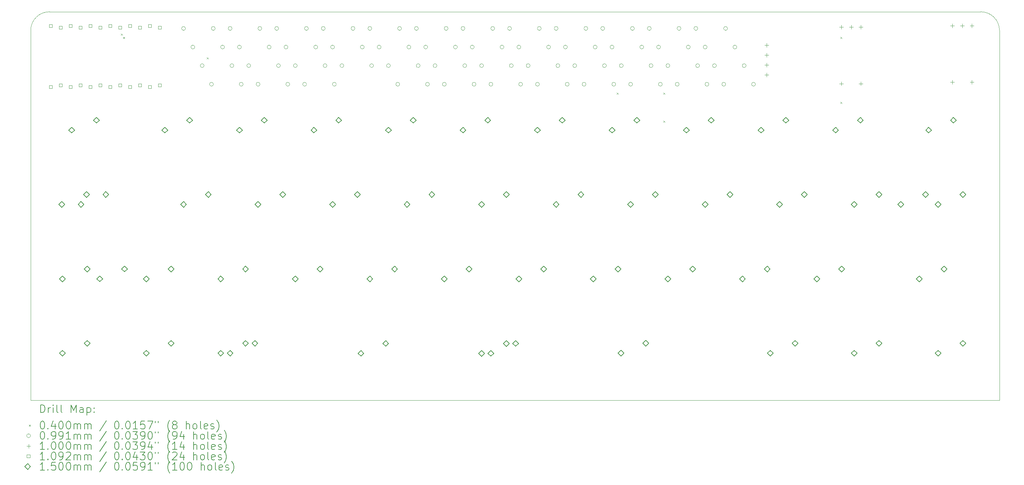
<source format=gbr>
%FSLAX45Y45*%
G04 Gerber Fmt 4.5, Leading zero omitted, Abs format (unit mm)*
G04 Created by KiCad (PCBNEW (6.0.0-0)) date 2022-06-29 18:32:55*
%MOMM*%
%LPD*%
G01*
G04 APERTURE LIST*
%TA.AperFunction,Profile*%
%ADD10C,0.100000*%
%TD*%
%ADD11C,0.200000*%
%ADD12C,0.040000*%
%ADD13C,0.099060*%
%ADD14C,0.100000*%
%ADD15C,0.109220*%
%ADD16C,0.150000*%
G04 APERTURE END LIST*
D10*
X2865000Y-2437500D02*
G75*
G03*
X2387500Y-2915000I0J-477500D01*
G01*
X27217500Y-2915000D02*
G75*
G03*
X26740000Y-2437500I-477500J0D01*
G01*
X26740000Y-2437500D02*
X2865000Y-2437500D01*
X2387500Y-3103750D02*
X2387500Y-12415000D01*
X27217500Y-2915000D02*
X27217500Y-12415000D01*
X27217500Y-12415000D02*
X2387500Y-12415000D01*
X2387500Y-3103750D02*
X2387500Y-2915000D01*
D11*
D12*
X4697293Y-3002141D02*
X4737293Y-3042141D01*
X4737293Y-3002141D02*
X4697293Y-3042141D01*
X4755000Y-3083750D02*
X4795000Y-3123750D01*
X4795000Y-3083750D02*
X4755000Y-3123750D01*
X6903750Y-3609750D02*
X6943750Y-3649750D01*
X6943750Y-3609750D02*
X6903750Y-3649750D01*
X17408750Y-4516250D02*
X17448750Y-4556250D01*
X17448750Y-4516250D02*
X17408750Y-4556250D01*
X18602500Y-4516250D02*
X18642500Y-4556250D01*
X18642500Y-4516250D02*
X18602500Y-4556250D01*
X18602500Y-5232500D02*
X18642500Y-5272500D01*
X18642500Y-5232500D02*
X18602500Y-5272500D01*
X23138750Y-3083750D02*
X23178750Y-3123750D01*
X23178750Y-3083750D02*
X23138750Y-3123750D01*
X23138750Y-4755000D02*
X23178750Y-4795000D01*
X23178750Y-4755000D02*
X23138750Y-4795000D01*
D13*
X6353530Y-2865000D02*
G75*
G03*
X6353530Y-2865000I-49530J0D01*
G01*
X6592280Y-3342500D02*
G75*
G03*
X6592280Y-3342500I-49530J0D01*
G01*
X6831030Y-3820000D02*
G75*
G03*
X6831030Y-3820000I-49530J0D01*
G01*
X7069780Y-4297500D02*
G75*
G03*
X7069780Y-4297500I-49530J0D01*
G01*
X7115530Y-2865000D02*
G75*
G03*
X7115530Y-2865000I-49530J0D01*
G01*
X7354280Y-3342500D02*
G75*
G03*
X7354280Y-3342500I-49530J0D01*
G01*
X7547280Y-2865000D02*
G75*
G03*
X7547280Y-2865000I-49530J0D01*
G01*
X7593030Y-3820000D02*
G75*
G03*
X7593030Y-3820000I-49530J0D01*
G01*
X7786030Y-3342500D02*
G75*
G03*
X7786030Y-3342500I-49530J0D01*
G01*
X7831780Y-4297500D02*
G75*
G03*
X7831780Y-4297500I-49530J0D01*
G01*
X8024780Y-3820000D02*
G75*
G03*
X8024780Y-3820000I-49530J0D01*
G01*
X8263530Y-4297500D02*
G75*
G03*
X8263530Y-4297500I-49530J0D01*
G01*
X8309280Y-2865000D02*
G75*
G03*
X8309280Y-2865000I-49530J0D01*
G01*
X8548030Y-3342500D02*
G75*
G03*
X8548030Y-3342500I-49530J0D01*
G01*
X8741030Y-2865000D02*
G75*
G03*
X8741030Y-2865000I-49530J0D01*
G01*
X8786780Y-3820000D02*
G75*
G03*
X8786780Y-3820000I-49530J0D01*
G01*
X8979780Y-3342500D02*
G75*
G03*
X8979780Y-3342500I-49530J0D01*
G01*
X9025530Y-4297500D02*
G75*
G03*
X9025530Y-4297500I-49530J0D01*
G01*
X9218530Y-3820000D02*
G75*
G03*
X9218530Y-3820000I-49530J0D01*
G01*
X9457280Y-4297500D02*
G75*
G03*
X9457280Y-4297500I-49530J0D01*
G01*
X9503030Y-2865000D02*
G75*
G03*
X9503030Y-2865000I-49530J0D01*
G01*
X9741780Y-3342500D02*
G75*
G03*
X9741780Y-3342500I-49530J0D01*
G01*
X9934780Y-2865000D02*
G75*
G03*
X9934780Y-2865000I-49530J0D01*
G01*
X9980530Y-3820000D02*
G75*
G03*
X9980530Y-3820000I-49530J0D01*
G01*
X10173530Y-3342500D02*
G75*
G03*
X10173530Y-3342500I-49530J0D01*
G01*
X10219280Y-4297500D02*
G75*
G03*
X10219280Y-4297500I-49530J0D01*
G01*
X10412280Y-3820000D02*
G75*
G03*
X10412280Y-3820000I-49530J0D01*
G01*
X10696780Y-2865000D02*
G75*
G03*
X10696780Y-2865000I-49530J0D01*
G01*
X10935530Y-3342500D02*
G75*
G03*
X10935530Y-3342500I-49530J0D01*
G01*
X11128530Y-2865000D02*
G75*
G03*
X11128530Y-2865000I-49530J0D01*
G01*
X11174280Y-3820000D02*
G75*
G03*
X11174280Y-3820000I-49530J0D01*
G01*
X11367280Y-3342500D02*
G75*
G03*
X11367280Y-3342500I-49530J0D01*
G01*
X11606030Y-3820000D02*
G75*
G03*
X11606030Y-3820000I-49530J0D01*
G01*
X11844780Y-4297500D02*
G75*
G03*
X11844780Y-4297500I-49530J0D01*
G01*
X11890530Y-2865000D02*
G75*
G03*
X11890530Y-2865000I-49530J0D01*
G01*
X12129280Y-3342500D02*
G75*
G03*
X12129280Y-3342500I-49530J0D01*
G01*
X12322280Y-2865000D02*
G75*
G03*
X12322280Y-2865000I-49530J0D01*
G01*
X12368030Y-3820000D02*
G75*
G03*
X12368030Y-3820000I-49530J0D01*
G01*
X12561030Y-3342500D02*
G75*
G03*
X12561030Y-3342500I-49530J0D01*
G01*
X12606780Y-4297500D02*
G75*
G03*
X12606780Y-4297500I-49530J0D01*
G01*
X12799780Y-3820000D02*
G75*
G03*
X12799780Y-3820000I-49530J0D01*
G01*
X13038530Y-4297500D02*
G75*
G03*
X13038530Y-4297500I-49530J0D01*
G01*
X13084280Y-2865000D02*
G75*
G03*
X13084280Y-2865000I-49530J0D01*
G01*
X13323030Y-3342500D02*
G75*
G03*
X13323030Y-3342500I-49530J0D01*
G01*
X13516030Y-2865000D02*
G75*
G03*
X13516030Y-2865000I-49530J0D01*
G01*
X13561780Y-3820000D02*
G75*
G03*
X13561780Y-3820000I-49530J0D01*
G01*
X13754780Y-3342500D02*
G75*
G03*
X13754780Y-3342500I-49530J0D01*
G01*
X13800530Y-4297500D02*
G75*
G03*
X13800530Y-4297500I-49530J0D01*
G01*
X13993530Y-3820000D02*
G75*
G03*
X13993530Y-3820000I-49530J0D01*
G01*
X14232280Y-4297500D02*
G75*
G03*
X14232280Y-4297500I-49530J0D01*
G01*
X14278030Y-2865000D02*
G75*
G03*
X14278030Y-2865000I-49530J0D01*
G01*
X14516780Y-3342500D02*
G75*
G03*
X14516780Y-3342500I-49530J0D01*
G01*
X14709780Y-2865000D02*
G75*
G03*
X14709780Y-2865000I-49530J0D01*
G01*
X14755530Y-3820000D02*
G75*
G03*
X14755530Y-3820000I-49530J0D01*
G01*
X14948530Y-3342500D02*
G75*
G03*
X14948530Y-3342500I-49530J0D01*
G01*
X14994280Y-4297500D02*
G75*
G03*
X14994280Y-4297500I-49530J0D01*
G01*
X15187280Y-3820000D02*
G75*
G03*
X15187280Y-3820000I-49530J0D01*
G01*
X15426030Y-4297500D02*
G75*
G03*
X15426030Y-4297500I-49530J0D01*
G01*
X15471780Y-2865000D02*
G75*
G03*
X15471780Y-2865000I-49530J0D01*
G01*
X15710530Y-3342500D02*
G75*
G03*
X15710530Y-3342500I-49530J0D01*
G01*
X15903530Y-2865000D02*
G75*
G03*
X15903530Y-2865000I-49530J0D01*
G01*
X15949280Y-3820000D02*
G75*
G03*
X15949280Y-3820000I-49530J0D01*
G01*
X16142280Y-3342500D02*
G75*
G03*
X16142280Y-3342500I-49530J0D01*
G01*
X16188030Y-4297500D02*
G75*
G03*
X16188030Y-4297500I-49530J0D01*
G01*
X16381030Y-3820000D02*
G75*
G03*
X16381030Y-3820000I-49530J0D01*
G01*
X16619780Y-4297500D02*
G75*
G03*
X16619780Y-4297500I-49530J0D01*
G01*
X16665530Y-2865000D02*
G75*
G03*
X16665530Y-2865000I-49530J0D01*
G01*
X16904280Y-3342500D02*
G75*
G03*
X16904280Y-3342500I-49530J0D01*
G01*
X17097280Y-2865000D02*
G75*
G03*
X17097280Y-2865000I-49530J0D01*
G01*
X17143030Y-3820000D02*
G75*
G03*
X17143030Y-3820000I-49530J0D01*
G01*
X17336030Y-3342500D02*
G75*
G03*
X17336030Y-3342500I-49530J0D01*
G01*
X17381780Y-4297500D02*
G75*
G03*
X17381780Y-4297500I-49530J0D01*
G01*
X17574780Y-3820000D02*
G75*
G03*
X17574780Y-3820000I-49530J0D01*
G01*
X17813530Y-4297500D02*
G75*
G03*
X17813530Y-4297500I-49530J0D01*
G01*
X17859280Y-2865000D02*
G75*
G03*
X17859280Y-2865000I-49530J0D01*
G01*
X18098030Y-3342500D02*
G75*
G03*
X18098030Y-3342500I-49530J0D01*
G01*
X18291030Y-2865000D02*
G75*
G03*
X18291030Y-2865000I-49530J0D01*
G01*
X18336780Y-3820000D02*
G75*
G03*
X18336780Y-3820000I-49530J0D01*
G01*
X18529780Y-3342500D02*
G75*
G03*
X18529780Y-3342500I-49530J0D01*
G01*
X18575530Y-4297500D02*
G75*
G03*
X18575530Y-4297500I-49530J0D01*
G01*
X18768530Y-3820000D02*
G75*
G03*
X18768530Y-3820000I-49530J0D01*
G01*
X19007280Y-4297500D02*
G75*
G03*
X19007280Y-4297500I-49530J0D01*
G01*
X19053030Y-2865000D02*
G75*
G03*
X19053030Y-2865000I-49530J0D01*
G01*
X19291780Y-3342500D02*
G75*
G03*
X19291780Y-3342500I-49530J0D01*
G01*
X19484780Y-2865000D02*
G75*
G03*
X19484780Y-2865000I-49530J0D01*
G01*
X19530530Y-3820000D02*
G75*
G03*
X19530530Y-3820000I-49530J0D01*
G01*
X19723530Y-3342500D02*
G75*
G03*
X19723530Y-3342500I-49530J0D01*
G01*
X19769280Y-4297500D02*
G75*
G03*
X19769280Y-4297500I-49530J0D01*
G01*
X19962280Y-3820000D02*
G75*
G03*
X19962280Y-3820000I-49530J0D01*
G01*
X20201030Y-4297500D02*
G75*
G03*
X20201030Y-4297500I-49530J0D01*
G01*
X20246780Y-2865000D02*
G75*
G03*
X20246780Y-2865000I-49530J0D01*
G01*
X20485530Y-3342500D02*
G75*
G03*
X20485530Y-3342500I-49530J0D01*
G01*
X20724280Y-3820000D02*
G75*
G03*
X20724280Y-3820000I-49530J0D01*
G01*
X20963030Y-4297500D02*
G75*
G03*
X20963030Y-4297500I-49530J0D01*
G01*
D14*
X21248750Y-3246750D02*
X21248750Y-3346750D01*
X21198750Y-3296750D02*
X21298750Y-3296750D01*
X21248750Y-3500750D02*
X21248750Y-3600750D01*
X21198750Y-3550750D02*
X21298750Y-3550750D01*
X21248750Y-3754750D02*
X21248750Y-3854750D01*
X21198750Y-3804750D02*
X21298750Y-3804750D01*
X21248750Y-4008750D02*
X21248750Y-4108750D01*
X21198750Y-4058750D02*
X21298750Y-4058750D01*
X23165540Y-2781250D02*
X23165540Y-2881250D01*
X23115540Y-2831250D02*
X23215540Y-2831250D01*
X23165540Y-4231250D02*
X23165540Y-4331250D01*
X23115540Y-4281250D02*
X23215540Y-4281250D01*
X23415540Y-2781250D02*
X23415540Y-2881250D01*
X23365540Y-2831250D02*
X23465540Y-2831250D01*
X23665540Y-2781250D02*
X23665540Y-2881250D01*
X23615540Y-2831250D02*
X23715540Y-2831250D01*
X23665540Y-4231250D02*
X23665540Y-4331250D01*
X23615540Y-4281250D02*
X23715540Y-4281250D01*
X26012500Y-2742700D02*
X26012500Y-2842700D01*
X25962500Y-2792700D02*
X26062500Y-2792700D01*
X26012500Y-4192700D02*
X26012500Y-4292700D01*
X25962500Y-4242700D02*
X26062500Y-4242700D01*
X26262500Y-2742700D02*
X26262500Y-2842700D01*
X26212500Y-2792700D02*
X26312500Y-2792700D01*
X26512500Y-2742700D02*
X26512500Y-2842700D01*
X26462500Y-2792700D02*
X26562500Y-2792700D01*
X26512500Y-4192700D02*
X26512500Y-4292700D01*
X26462500Y-4242700D02*
X26562500Y-4242700D01*
D15*
X2939115Y-2835005D02*
X2939115Y-2757775D01*
X2861884Y-2757775D01*
X2861884Y-2835005D01*
X2939115Y-2835005D01*
X2939115Y-4404726D02*
X2939115Y-4327495D01*
X2861884Y-4327495D01*
X2861884Y-4404726D01*
X2939115Y-4404726D01*
X3193115Y-2880725D02*
X3193115Y-2803494D01*
X3115884Y-2803494D01*
X3115884Y-2880725D01*
X3193115Y-2880725D01*
X3193115Y-4359006D02*
X3193115Y-4281775D01*
X3115884Y-4281775D01*
X3115884Y-4359006D01*
X3193115Y-4359006D01*
X3447115Y-2835005D02*
X3447115Y-2757775D01*
X3369884Y-2757775D01*
X3369884Y-2835005D01*
X3447115Y-2835005D01*
X3447115Y-4404726D02*
X3447115Y-4327495D01*
X3369884Y-4327495D01*
X3369884Y-4404726D01*
X3447115Y-4404726D01*
X3701115Y-2880725D02*
X3701115Y-2803494D01*
X3623884Y-2803494D01*
X3623884Y-2880725D01*
X3701115Y-2880725D01*
X3701115Y-4359006D02*
X3701115Y-4281775D01*
X3623884Y-4281775D01*
X3623884Y-4359006D01*
X3701115Y-4359006D01*
X3955115Y-2835005D02*
X3955115Y-2757775D01*
X3877884Y-2757775D01*
X3877884Y-2835005D01*
X3955115Y-2835005D01*
X3955115Y-4404726D02*
X3955115Y-4327495D01*
X3877884Y-4327495D01*
X3877884Y-4404726D01*
X3955115Y-4404726D01*
X4209116Y-2880725D02*
X4209116Y-2803494D01*
X4131884Y-2803494D01*
X4131884Y-2880725D01*
X4209116Y-2880725D01*
X4209116Y-4359006D02*
X4209116Y-4281775D01*
X4131884Y-4281775D01*
X4131884Y-4359006D01*
X4209116Y-4359006D01*
X4463116Y-2835005D02*
X4463116Y-2757775D01*
X4385885Y-2757775D01*
X4385885Y-2835005D01*
X4463116Y-2835005D01*
X4463116Y-4404726D02*
X4463116Y-4327495D01*
X4385885Y-4327495D01*
X4385885Y-4404726D01*
X4463116Y-4404726D01*
X4717116Y-2880725D02*
X4717116Y-2803494D01*
X4639885Y-2803494D01*
X4639885Y-2880725D01*
X4717116Y-2880725D01*
X4717116Y-4359006D02*
X4717116Y-4281775D01*
X4639885Y-4281775D01*
X4639885Y-4359006D01*
X4717116Y-4359006D01*
X4971116Y-2835005D02*
X4971116Y-2757775D01*
X4893885Y-2757775D01*
X4893885Y-2835005D01*
X4971116Y-2835005D01*
X4971116Y-4404726D02*
X4971116Y-4327495D01*
X4893885Y-4327495D01*
X4893885Y-4404726D01*
X4971116Y-4404726D01*
X5225116Y-2880725D02*
X5225116Y-2803494D01*
X5147885Y-2803494D01*
X5147885Y-2880725D01*
X5225116Y-2880725D01*
X5225116Y-4359006D02*
X5225116Y-4281775D01*
X5147885Y-4281775D01*
X5147885Y-4359006D01*
X5225116Y-4359006D01*
X5479116Y-2835005D02*
X5479116Y-2757775D01*
X5401885Y-2757775D01*
X5401885Y-2835005D01*
X5479116Y-2835005D01*
X5479116Y-4404726D02*
X5479116Y-4327495D01*
X5401885Y-4327495D01*
X5401885Y-4404726D01*
X5479116Y-4404726D01*
X5733115Y-2880725D02*
X5733115Y-2803494D01*
X5655884Y-2803494D01*
X5655884Y-2880725D01*
X5733115Y-2880725D01*
X5733115Y-4359006D02*
X5733115Y-4281775D01*
X5655884Y-4281775D01*
X5655884Y-4359006D01*
X5733115Y-4359006D01*
D16*
X3185000Y-7461000D02*
X3260000Y-7386000D01*
X3185000Y-7311000D01*
X3110000Y-7386000D01*
X3185000Y-7461000D01*
X3200250Y-9371000D02*
X3275250Y-9296000D01*
X3200250Y-9221000D01*
X3125250Y-9296000D01*
X3200250Y-9371000D01*
X3200250Y-11281000D02*
X3275250Y-11206000D01*
X3200250Y-11131000D01*
X3125250Y-11206000D01*
X3200250Y-11281000D01*
X3439000Y-5551000D02*
X3514000Y-5476000D01*
X3439000Y-5401000D01*
X3364000Y-5476000D01*
X3439000Y-5551000D01*
X3677750Y-7461000D02*
X3752750Y-7386000D01*
X3677750Y-7311000D01*
X3602750Y-7386000D01*
X3677750Y-7461000D01*
X3820000Y-7207000D02*
X3895000Y-7132000D01*
X3820000Y-7057000D01*
X3745000Y-7132000D01*
X3820000Y-7207000D01*
X3835250Y-9117000D02*
X3910250Y-9042000D01*
X3835250Y-8967000D01*
X3760250Y-9042000D01*
X3835250Y-9117000D01*
X3835250Y-11027000D02*
X3910250Y-10952000D01*
X3835250Y-10877000D01*
X3760250Y-10952000D01*
X3835250Y-11027000D01*
X4074000Y-5297000D02*
X4149000Y-5222000D01*
X4074000Y-5147000D01*
X3999000Y-5222000D01*
X4074000Y-5297000D01*
X4155250Y-9369000D02*
X4230250Y-9294000D01*
X4155250Y-9219000D01*
X4080250Y-9294000D01*
X4155250Y-9369000D01*
X4312750Y-7207000D02*
X4387750Y-7132000D01*
X4312750Y-7057000D01*
X4237750Y-7132000D01*
X4312750Y-7207000D01*
X4790250Y-9115000D02*
X4865250Y-9040000D01*
X4790250Y-8965000D01*
X4715250Y-9040000D01*
X4790250Y-9115000D01*
X5349000Y-9371000D02*
X5424000Y-9296000D01*
X5349000Y-9221000D01*
X5274000Y-9296000D01*
X5349000Y-9371000D01*
X5349000Y-11281000D02*
X5424000Y-11206000D01*
X5349000Y-11131000D01*
X5274000Y-11206000D01*
X5349000Y-11281000D01*
X5826500Y-5551000D02*
X5901500Y-5476000D01*
X5826500Y-5401000D01*
X5751500Y-5476000D01*
X5826500Y-5551000D01*
X5984000Y-9117000D02*
X6059000Y-9042000D01*
X5984000Y-8967000D01*
X5909000Y-9042000D01*
X5984000Y-9117000D01*
X5984000Y-11027000D02*
X6059000Y-10952000D01*
X5984000Y-10877000D01*
X5909000Y-10952000D01*
X5984000Y-11027000D01*
X6304000Y-7461000D02*
X6379000Y-7386000D01*
X6304000Y-7311000D01*
X6229000Y-7386000D01*
X6304000Y-7461000D01*
X6461500Y-5297000D02*
X6536500Y-5222000D01*
X6461500Y-5147000D01*
X6386500Y-5222000D01*
X6461500Y-5297000D01*
X6939000Y-7207000D02*
X7014000Y-7132000D01*
X6939000Y-7057000D01*
X6864000Y-7132000D01*
X6939000Y-7207000D01*
X7259000Y-9371000D02*
X7334000Y-9296000D01*
X7259000Y-9221000D01*
X7184000Y-9296000D01*
X7259000Y-9371000D01*
X7259000Y-11281000D02*
X7334000Y-11206000D01*
X7259000Y-11131000D01*
X7184000Y-11206000D01*
X7259000Y-11281000D01*
X7497750Y-11281000D02*
X7572750Y-11206000D01*
X7497750Y-11131000D01*
X7422750Y-11206000D01*
X7497750Y-11281000D01*
X7736500Y-5551000D02*
X7811500Y-5476000D01*
X7736500Y-5401000D01*
X7661500Y-5476000D01*
X7736500Y-5551000D01*
X7894000Y-9117000D02*
X7969000Y-9042000D01*
X7894000Y-8967000D01*
X7819000Y-9042000D01*
X7894000Y-9117000D01*
X7894000Y-11027000D02*
X7969000Y-10952000D01*
X7894000Y-10877000D01*
X7819000Y-10952000D01*
X7894000Y-11027000D01*
X8132750Y-11027000D02*
X8207750Y-10952000D01*
X8132750Y-10877000D01*
X8057750Y-10952000D01*
X8132750Y-11027000D01*
X8214000Y-7461000D02*
X8289000Y-7386000D01*
X8214000Y-7311000D01*
X8139000Y-7386000D01*
X8214000Y-7461000D01*
X8371500Y-5297000D02*
X8446500Y-5222000D01*
X8371500Y-5147000D01*
X8296500Y-5222000D01*
X8371500Y-5297000D01*
X8849000Y-7207000D02*
X8924000Y-7132000D01*
X8849000Y-7057000D01*
X8774000Y-7132000D01*
X8849000Y-7207000D01*
X9169000Y-9371000D02*
X9244000Y-9296000D01*
X9169000Y-9221000D01*
X9094000Y-9296000D01*
X9169000Y-9371000D01*
X9646500Y-5551000D02*
X9721500Y-5476000D01*
X9646500Y-5401000D01*
X9571500Y-5476000D01*
X9646500Y-5551000D01*
X9804000Y-9117000D02*
X9879000Y-9042000D01*
X9804000Y-8967000D01*
X9729000Y-9042000D01*
X9804000Y-9117000D01*
X10124000Y-7461000D02*
X10199000Y-7386000D01*
X10124000Y-7311000D01*
X10049000Y-7386000D01*
X10124000Y-7461000D01*
X10281500Y-5297000D02*
X10356500Y-5222000D01*
X10281500Y-5147000D01*
X10206500Y-5222000D01*
X10281500Y-5297000D01*
X10759000Y-7207000D02*
X10834000Y-7132000D01*
X10759000Y-7057000D01*
X10684000Y-7132000D01*
X10759000Y-7207000D01*
X10850000Y-11282800D02*
X10925000Y-11207800D01*
X10850000Y-11132800D01*
X10775000Y-11207800D01*
X10850000Y-11282800D01*
X11079000Y-9371000D02*
X11154000Y-9296000D01*
X11079000Y-9221000D01*
X11004000Y-9296000D01*
X11079000Y-9371000D01*
X11485000Y-11028800D02*
X11560000Y-10953800D01*
X11485000Y-10878800D01*
X11410000Y-10953800D01*
X11485000Y-11028800D01*
X11556500Y-5551000D02*
X11631500Y-5476000D01*
X11556500Y-5401000D01*
X11481500Y-5476000D01*
X11556500Y-5551000D01*
X11714000Y-9117000D02*
X11789000Y-9042000D01*
X11714000Y-8967000D01*
X11639000Y-9042000D01*
X11714000Y-9117000D01*
X12034000Y-7461000D02*
X12109000Y-7386000D01*
X12034000Y-7311000D01*
X11959000Y-7386000D01*
X12034000Y-7461000D01*
X12191500Y-5297000D02*
X12266500Y-5222000D01*
X12191500Y-5147000D01*
X12116500Y-5222000D01*
X12191500Y-5297000D01*
X12669000Y-7207000D02*
X12744000Y-7132000D01*
X12669000Y-7057000D01*
X12594000Y-7132000D01*
X12669000Y-7207000D01*
X12989000Y-9371000D02*
X13064000Y-9296000D01*
X12989000Y-9221000D01*
X12914000Y-9296000D01*
X12989000Y-9371000D01*
X13466500Y-5551000D02*
X13541500Y-5476000D01*
X13466500Y-5401000D01*
X13391500Y-5476000D01*
X13466500Y-5551000D01*
X13624000Y-9117000D02*
X13699000Y-9042000D01*
X13624000Y-8967000D01*
X13549000Y-9042000D01*
X13624000Y-9117000D01*
X13944000Y-7461000D02*
X14019000Y-7386000D01*
X13944000Y-7311000D01*
X13869000Y-7386000D01*
X13944000Y-7461000D01*
X13945000Y-11286000D02*
X14020000Y-11211000D01*
X13945000Y-11136000D01*
X13870000Y-11211000D01*
X13945000Y-11286000D01*
X14101500Y-5297000D02*
X14176500Y-5222000D01*
X14101500Y-5147000D01*
X14026500Y-5222000D01*
X14101500Y-5297000D01*
X14182750Y-11282000D02*
X14257750Y-11207000D01*
X14182750Y-11132000D01*
X14107750Y-11207000D01*
X14182750Y-11282000D01*
X14579000Y-7207000D02*
X14654000Y-7132000D01*
X14579000Y-7057000D01*
X14504000Y-7132000D01*
X14579000Y-7207000D01*
X14580000Y-11032000D02*
X14655000Y-10957000D01*
X14580000Y-10882000D01*
X14505000Y-10957000D01*
X14580000Y-11032000D01*
X14817750Y-11028000D02*
X14892750Y-10953000D01*
X14817750Y-10878000D01*
X14742750Y-10953000D01*
X14817750Y-11028000D01*
X14899000Y-9371000D02*
X14974000Y-9296000D01*
X14899000Y-9221000D01*
X14824000Y-9296000D01*
X14899000Y-9371000D01*
X15376500Y-5551000D02*
X15451500Y-5476000D01*
X15376500Y-5401000D01*
X15301500Y-5476000D01*
X15376500Y-5551000D01*
X15534000Y-9117000D02*
X15609000Y-9042000D01*
X15534000Y-8967000D01*
X15459000Y-9042000D01*
X15534000Y-9117000D01*
X15854000Y-7461000D02*
X15929000Y-7386000D01*
X15854000Y-7311000D01*
X15779000Y-7386000D01*
X15854000Y-7461000D01*
X16011500Y-5297000D02*
X16086500Y-5222000D01*
X16011500Y-5147000D01*
X15936500Y-5222000D01*
X16011500Y-5297000D01*
X16489000Y-7207000D02*
X16564000Y-7132000D01*
X16489000Y-7057000D01*
X16414000Y-7132000D01*
X16489000Y-7207000D01*
X16809000Y-9371000D02*
X16884000Y-9296000D01*
X16809000Y-9221000D01*
X16734000Y-9296000D01*
X16809000Y-9371000D01*
X17286500Y-5551000D02*
X17361500Y-5476000D01*
X17286500Y-5401000D01*
X17211500Y-5476000D01*
X17286500Y-5551000D01*
X17444000Y-9117000D02*
X17519000Y-9042000D01*
X17444000Y-8967000D01*
X17369000Y-9042000D01*
X17444000Y-9117000D01*
X17517000Y-11280000D02*
X17592000Y-11205000D01*
X17517000Y-11130000D01*
X17442000Y-11205000D01*
X17517000Y-11280000D01*
X17764000Y-7461000D02*
X17839000Y-7386000D01*
X17764000Y-7311000D01*
X17689000Y-7386000D01*
X17764000Y-7461000D01*
X17921500Y-5297000D02*
X17996500Y-5222000D01*
X17921500Y-5147000D01*
X17846500Y-5222000D01*
X17921500Y-5297000D01*
X18152000Y-11026000D02*
X18227000Y-10951000D01*
X18152000Y-10876000D01*
X18077000Y-10951000D01*
X18152000Y-11026000D01*
X18399000Y-7207000D02*
X18474000Y-7132000D01*
X18399000Y-7057000D01*
X18324000Y-7132000D01*
X18399000Y-7207000D01*
X18719000Y-9371000D02*
X18794000Y-9296000D01*
X18719000Y-9221000D01*
X18644000Y-9296000D01*
X18719000Y-9371000D01*
X19196500Y-5551000D02*
X19271500Y-5476000D01*
X19196500Y-5401000D01*
X19121500Y-5476000D01*
X19196500Y-5551000D01*
X19354000Y-9117000D02*
X19429000Y-9042000D01*
X19354000Y-8967000D01*
X19279000Y-9042000D01*
X19354000Y-9117000D01*
X19674000Y-7461000D02*
X19749000Y-7386000D01*
X19674000Y-7311000D01*
X19599000Y-7386000D01*
X19674000Y-7461000D01*
X19831500Y-5297000D02*
X19906500Y-5222000D01*
X19831500Y-5147000D01*
X19756500Y-5222000D01*
X19831500Y-5297000D01*
X20309000Y-7207000D02*
X20384000Y-7132000D01*
X20309000Y-7057000D01*
X20234000Y-7132000D01*
X20309000Y-7207000D01*
X20629000Y-9371000D02*
X20704000Y-9296000D01*
X20629000Y-9221000D01*
X20554000Y-9296000D01*
X20629000Y-9371000D01*
X21106500Y-5551000D02*
X21181500Y-5476000D01*
X21106500Y-5401000D01*
X21031500Y-5476000D01*
X21106500Y-5551000D01*
X21264000Y-9117000D02*
X21339000Y-9042000D01*
X21264000Y-8967000D01*
X21189000Y-9042000D01*
X21264000Y-9117000D01*
X21345250Y-11281000D02*
X21420250Y-11206000D01*
X21345250Y-11131000D01*
X21270250Y-11206000D01*
X21345250Y-11281000D01*
X21584000Y-7461000D02*
X21659000Y-7386000D01*
X21584000Y-7311000D01*
X21509000Y-7386000D01*
X21584000Y-7461000D01*
X21741500Y-5297000D02*
X21816500Y-5222000D01*
X21741500Y-5147000D01*
X21666500Y-5222000D01*
X21741500Y-5297000D01*
X21980250Y-11027000D02*
X22055250Y-10952000D01*
X21980250Y-10877000D01*
X21905250Y-10952000D01*
X21980250Y-11027000D01*
X22219000Y-7207000D02*
X22294000Y-7132000D01*
X22219000Y-7057000D01*
X22144000Y-7132000D01*
X22219000Y-7207000D01*
X22539000Y-9371000D02*
X22614000Y-9296000D01*
X22539000Y-9221000D01*
X22464000Y-9296000D01*
X22539000Y-9371000D01*
X23016500Y-5551000D02*
X23091500Y-5476000D01*
X23016500Y-5401000D01*
X22941500Y-5476000D01*
X23016500Y-5551000D01*
X23174000Y-9117000D02*
X23249000Y-9042000D01*
X23174000Y-8967000D01*
X23099000Y-9042000D01*
X23174000Y-9117000D01*
X23494000Y-7461000D02*
X23569000Y-7386000D01*
X23494000Y-7311000D01*
X23419000Y-7386000D01*
X23494000Y-7461000D01*
X23494000Y-11281000D02*
X23569000Y-11206000D01*
X23494000Y-11131000D01*
X23419000Y-11206000D01*
X23494000Y-11281000D01*
X23651500Y-5297000D02*
X23726500Y-5222000D01*
X23651500Y-5147000D01*
X23576500Y-5222000D01*
X23651500Y-5297000D01*
X24129000Y-7207000D02*
X24204000Y-7132000D01*
X24129000Y-7057000D01*
X24054000Y-7132000D01*
X24129000Y-7207000D01*
X24129000Y-11027000D02*
X24204000Y-10952000D01*
X24129000Y-10877000D01*
X24054000Y-10952000D01*
X24129000Y-11027000D01*
X24687750Y-7461000D02*
X24762750Y-7386000D01*
X24687750Y-7311000D01*
X24612750Y-7386000D01*
X24687750Y-7461000D01*
X25165250Y-9371000D02*
X25240250Y-9296000D01*
X25165250Y-9221000D01*
X25090250Y-9296000D01*
X25165250Y-9371000D01*
X25322750Y-7207000D02*
X25397750Y-7132000D01*
X25322750Y-7057000D01*
X25247750Y-7132000D01*
X25322750Y-7207000D01*
X25404000Y-5551000D02*
X25479000Y-5476000D01*
X25404000Y-5401000D01*
X25329000Y-5476000D01*
X25404000Y-5551000D01*
X25642750Y-7461000D02*
X25717750Y-7386000D01*
X25642750Y-7311000D01*
X25567750Y-7386000D01*
X25642750Y-7461000D01*
X25642750Y-11281000D02*
X25717750Y-11206000D01*
X25642750Y-11131000D01*
X25567750Y-11206000D01*
X25642750Y-11281000D01*
X25800250Y-9117000D02*
X25875250Y-9042000D01*
X25800250Y-8967000D01*
X25725250Y-9042000D01*
X25800250Y-9117000D01*
X26039000Y-5297000D02*
X26114000Y-5222000D01*
X26039000Y-5147000D01*
X25964000Y-5222000D01*
X26039000Y-5297000D01*
X26277750Y-7207000D02*
X26352750Y-7132000D01*
X26277750Y-7057000D01*
X26202750Y-7132000D01*
X26277750Y-7207000D01*
X26277750Y-11027000D02*
X26352750Y-10952000D01*
X26277750Y-10877000D01*
X26202750Y-10952000D01*
X26277750Y-11027000D01*
D11*
X2640119Y-12730476D02*
X2640119Y-12530476D01*
X2687738Y-12530476D01*
X2716310Y-12540000D01*
X2735357Y-12559048D01*
X2744881Y-12578095D01*
X2754405Y-12616190D01*
X2754405Y-12644762D01*
X2744881Y-12682857D01*
X2735357Y-12701905D01*
X2716310Y-12720952D01*
X2687738Y-12730476D01*
X2640119Y-12730476D01*
X2840119Y-12730476D02*
X2840119Y-12597143D01*
X2840119Y-12635238D02*
X2849643Y-12616190D01*
X2859167Y-12606667D01*
X2878214Y-12597143D01*
X2897262Y-12597143D01*
X2963928Y-12730476D02*
X2963928Y-12597143D01*
X2963928Y-12530476D02*
X2954405Y-12540000D01*
X2963928Y-12549524D01*
X2973452Y-12540000D01*
X2963928Y-12530476D01*
X2963928Y-12549524D01*
X3087738Y-12730476D02*
X3068690Y-12720952D01*
X3059167Y-12701905D01*
X3059167Y-12530476D01*
X3192500Y-12730476D02*
X3173452Y-12720952D01*
X3163928Y-12701905D01*
X3163928Y-12530476D01*
X3421071Y-12730476D02*
X3421071Y-12530476D01*
X3487738Y-12673333D01*
X3554405Y-12530476D01*
X3554405Y-12730476D01*
X3735357Y-12730476D02*
X3735357Y-12625714D01*
X3725833Y-12606667D01*
X3706786Y-12597143D01*
X3668690Y-12597143D01*
X3649643Y-12606667D01*
X3735357Y-12720952D02*
X3716309Y-12730476D01*
X3668690Y-12730476D01*
X3649643Y-12720952D01*
X3640119Y-12701905D01*
X3640119Y-12682857D01*
X3649643Y-12663809D01*
X3668690Y-12654286D01*
X3716309Y-12654286D01*
X3735357Y-12644762D01*
X3830595Y-12597143D02*
X3830595Y-12797143D01*
X3830595Y-12606667D02*
X3849643Y-12597143D01*
X3887738Y-12597143D01*
X3906786Y-12606667D01*
X3916309Y-12616190D01*
X3925833Y-12635238D01*
X3925833Y-12692381D01*
X3916309Y-12711428D01*
X3906786Y-12720952D01*
X3887738Y-12730476D01*
X3849643Y-12730476D01*
X3830595Y-12720952D01*
X4011548Y-12711428D02*
X4021071Y-12720952D01*
X4011548Y-12730476D01*
X4002024Y-12720952D01*
X4011548Y-12711428D01*
X4011548Y-12730476D01*
X4011548Y-12606667D02*
X4021071Y-12616190D01*
X4011548Y-12625714D01*
X4002024Y-12616190D01*
X4011548Y-12606667D01*
X4011548Y-12625714D01*
D12*
X2342500Y-13040000D02*
X2382500Y-13080000D01*
X2382500Y-13040000D02*
X2342500Y-13080000D01*
D11*
X2678214Y-12950476D02*
X2697262Y-12950476D01*
X2716310Y-12960000D01*
X2725833Y-12969524D01*
X2735357Y-12988571D01*
X2744881Y-13026667D01*
X2744881Y-13074286D01*
X2735357Y-13112381D01*
X2725833Y-13131428D01*
X2716310Y-13140952D01*
X2697262Y-13150476D01*
X2678214Y-13150476D01*
X2659167Y-13140952D01*
X2649643Y-13131428D01*
X2640119Y-13112381D01*
X2630595Y-13074286D01*
X2630595Y-13026667D01*
X2640119Y-12988571D01*
X2649643Y-12969524D01*
X2659167Y-12960000D01*
X2678214Y-12950476D01*
X2830595Y-13131428D02*
X2840119Y-13140952D01*
X2830595Y-13150476D01*
X2821071Y-13140952D01*
X2830595Y-13131428D01*
X2830595Y-13150476D01*
X3011548Y-13017143D02*
X3011548Y-13150476D01*
X2963928Y-12940952D02*
X2916309Y-13083809D01*
X3040119Y-13083809D01*
X3154405Y-12950476D02*
X3173452Y-12950476D01*
X3192500Y-12960000D01*
X3202024Y-12969524D01*
X3211548Y-12988571D01*
X3221071Y-13026667D01*
X3221071Y-13074286D01*
X3211548Y-13112381D01*
X3202024Y-13131428D01*
X3192500Y-13140952D01*
X3173452Y-13150476D01*
X3154405Y-13150476D01*
X3135357Y-13140952D01*
X3125833Y-13131428D01*
X3116309Y-13112381D01*
X3106786Y-13074286D01*
X3106786Y-13026667D01*
X3116309Y-12988571D01*
X3125833Y-12969524D01*
X3135357Y-12960000D01*
X3154405Y-12950476D01*
X3344881Y-12950476D02*
X3363928Y-12950476D01*
X3382976Y-12960000D01*
X3392500Y-12969524D01*
X3402024Y-12988571D01*
X3411548Y-13026667D01*
X3411548Y-13074286D01*
X3402024Y-13112381D01*
X3392500Y-13131428D01*
X3382976Y-13140952D01*
X3363928Y-13150476D01*
X3344881Y-13150476D01*
X3325833Y-13140952D01*
X3316309Y-13131428D01*
X3306786Y-13112381D01*
X3297262Y-13074286D01*
X3297262Y-13026667D01*
X3306786Y-12988571D01*
X3316309Y-12969524D01*
X3325833Y-12960000D01*
X3344881Y-12950476D01*
X3497262Y-13150476D02*
X3497262Y-13017143D01*
X3497262Y-13036190D02*
X3506786Y-13026667D01*
X3525833Y-13017143D01*
X3554405Y-13017143D01*
X3573452Y-13026667D01*
X3582976Y-13045714D01*
X3582976Y-13150476D01*
X3582976Y-13045714D02*
X3592500Y-13026667D01*
X3611548Y-13017143D01*
X3640119Y-13017143D01*
X3659167Y-13026667D01*
X3668690Y-13045714D01*
X3668690Y-13150476D01*
X3763928Y-13150476D02*
X3763928Y-13017143D01*
X3763928Y-13036190D02*
X3773452Y-13026667D01*
X3792500Y-13017143D01*
X3821071Y-13017143D01*
X3840119Y-13026667D01*
X3849643Y-13045714D01*
X3849643Y-13150476D01*
X3849643Y-13045714D02*
X3859167Y-13026667D01*
X3878214Y-13017143D01*
X3906786Y-13017143D01*
X3925833Y-13026667D01*
X3935357Y-13045714D01*
X3935357Y-13150476D01*
X4325833Y-12940952D02*
X4154405Y-13198095D01*
X4582976Y-12950476D02*
X4602024Y-12950476D01*
X4621071Y-12960000D01*
X4630595Y-12969524D01*
X4640119Y-12988571D01*
X4649643Y-13026667D01*
X4649643Y-13074286D01*
X4640119Y-13112381D01*
X4630595Y-13131428D01*
X4621071Y-13140952D01*
X4602024Y-13150476D01*
X4582976Y-13150476D01*
X4563929Y-13140952D01*
X4554405Y-13131428D01*
X4544881Y-13112381D01*
X4535357Y-13074286D01*
X4535357Y-13026667D01*
X4544881Y-12988571D01*
X4554405Y-12969524D01*
X4563929Y-12960000D01*
X4582976Y-12950476D01*
X4735357Y-13131428D02*
X4744881Y-13140952D01*
X4735357Y-13150476D01*
X4725833Y-13140952D01*
X4735357Y-13131428D01*
X4735357Y-13150476D01*
X4868690Y-12950476D02*
X4887738Y-12950476D01*
X4906786Y-12960000D01*
X4916310Y-12969524D01*
X4925833Y-12988571D01*
X4935357Y-13026667D01*
X4935357Y-13074286D01*
X4925833Y-13112381D01*
X4916310Y-13131428D01*
X4906786Y-13140952D01*
X4887738Y-13150476D01*
X4868690Y-13150476D01*
X4849643Y-13140952D01*
X4840119Y-13131428D01*
X4830595Y-13112381D01*
X4821071Y-13074286D01*
X4821071Y-13026667D01*
X4830595Y-12988571D01*
X4840119Y-12969524D01*
X4849643Y-12960000D01*
X4868690Y-12950476D01*
X5125833Y-13150476D02*
X5011548Y-13150476D01*
X5068690Y-13150476D02*
X5068690Y-12950476D01*
X5049643Y-12979048D01*
X5030595Y-12998095D01*
X5011548Y-13007619D01*
X5306786Y-12950476D02*
X5211548Y-12950476D01*
X5202024Y-13045714D01*
X5211548Y-13036190D01*
X5230595Y-13026667D01*
X5278214Y-13026667D01*
X5297262Y-13036190D01*
X5306786Y-13045714D01*
X5316310Y-13064762D01*
X5316310Y-13112381D01*
X5306786Y-13131428D01*
X5297262Y-13140952D01*
X5278214Y-13150476D01*
X5230595Y-13150476D01*
X5211548Y-13140952D01*
X5202024Y-13131428D01*
X5382976Y-12950476D02*
X5516310Y-12950476D01*
X5430595Y-13150476D01*
X5582976Y-12950476D02*
X5582976Y-12988571D01*
X5659167Y-12950476D02*
X5659167Y-12988571D01*
X5954405Y-13226667D02*
X5944881Y-13217143D01*
X5925833Y-13188571D01*
X5916309Y-13169524D01*
X5906786Y-13140952D01*
X5897262Y-13093333D01*
X5897262Y-13055238D01*
X5906786Y-13007619D01*
X5916309Y-12979048D01*
X5925833Y-12960000D01*
X5944881Y-12931428D01*
X5954405Y-12921905D01*
X6059167Y-13036190D02*
X6040119Y-13026667D01*
X6030595Y-13017143D01*
X6021071Y-12998095D01*
X6021071Y-12988571D01*
X6030595Y-12969524D01*
X6040119Y-12960000D01*
X6059167Y-12950476D01*
X6097262Y-12950476D01*
X6116309Y-12960000D01*
X6125833Y-12969524D01*
X6135357Y-12988571D01*
X6135357Y-12998095D01*
X6125833Y-13017143D01*
X6116309Y-13026667D01*
X6097262Y-13036190D01*
X6059167Y-13036190D01*
X6040119Y-13045714D01*
X6030595Y-13055238D01*
X6021071Y-13074286D01*
X6021071Y-13112381D01*
X6030595Y-13131428D01*
X6040119Y-13140952D01*
X6059167Y-13150476D01*
X6097262Y-13150476D01*
X6116309Y-13140952D01*
X6125833Y-13131428D01*
X6135357Y-13112381D01*
X6135357Y-13074286D01*
X6125833Y-13055238D01*
X6116309Y-13045714D01*
X6097262Y-13036190D01*
X6373452Y-13150476D02*
X6373452Y-12950476D01*
X6459167Y-13150476D02*
X6459167Y-13045714D01*
X6449643Y-13026667D01*
X6430595Y-13017143D01*
X6402024Y-13017143D01*
X6382976Y-13026667D01*
X6373452Y-13036190D01*
X6582976Y-13150476D02*
X6563928Y-13140952D01*
X6554405Y-13131428D01*
X6544881Y-13112381D01*
X6544881Y-13055238D01*
X6554405Y-13036190D01*
X6563928Y-13026667D01*
X6582976Y-13017143D01*
X6611548Y-13017143D01*
X6630595Y-13026667D01*
X6640119Y-13036190D01*
X6649643Y-13055238D01*
X6649643Y-13112381D01*
X6640119Y-13131428D01*
X6630595Y-13140952D01*
X6611548Y-13150476D01*
X6582976Y-13150476D01*
X6763928Y-13150476D02*
X6744881Y-13140952D01*
X6735357Y-13121905D01*
X6735357Y-12950476D01*
X6916309Y-13140952D02*
X6897262Y-13150476D01*
X6859167Y-13150476D01*
X6840119Y-13140952D01*
X6830595Y-13121905D01*
X6830595Y-13045714D01*
X6840119Y-13026667D01*
X6859167Y-13017143D01*
X6897262Y-13017143D01*
X6916309Y-13026667D01*
X6925833Y-13045714D01*
X6925833Y-13064762D01*
X6830595Y-13083809D01*
X7002024Y-13140952D02*
X7021071Y-13150476D01*
X7059167Y-13150476D01*
X7078214Y-13140952D01*
X7087738Y-13121905D01*
X7087738Y-13112381D01*
X7078214Y-13093333D01*
X7059167Y-13083809D01*
X7030595Y-13083809D01*
X7011548Y-13074286D01*
X7002024Y-13055238D01*
X7002024Y-13045714D01*
X7011548Y-13026667D01*
X7030595Y-13017143D01*
X7059167Y-13017143D01*
X7078214Y-13026667D01*
X7154405Y-13226667D02*
X7163928Y-13217143D01*
X7182976Y-13188571D01*
X7192500Y-13169524D01*
X7202024Y-13140952D01*
X7211548Y-13093333D01*
X7211548Y-13055238D01*
X7202024Y-13007619D01*
X7192500Y-12979048D01*
X7182976Y-12960000D01*
X7163928Y-12931428D01*
X7154405Y-12921905D01*
D13*
X2382500Y-13324000D02*
G75*
G03*
X2382500Y-13324000I-49530J0D01*
G01*
D11*
X2678214Y-13214476D02*
X2697262Y-13214476D01*
X2716310Y-13224000D01*
X2725833Y-13233524D01*
X2735357Y-13252571D01*
X2744881Y-13290667D01*
X2744881Y-13338286D01*
X2735357Y-13376381D01*
X2725833Y-13395428D01*
X2716310Y-13404952D01*
X2697262Y-13414476D01*
X2678214Y-13414476D01*
X2659167Y-13404952D01*
X2649643Y-13395428D01*
X2640119Y-13376381D01*
X2630595Y-13338286D01*
X2630595Y-13290667D01*
X2640119Y-13252571D01*
X2649643Y-13233524D01*
X2659167Y-13224000D01*
X2678214Y-13214476D01*
X2830595Y-13395428D02*
X2840119Y-13404952D01*
X2830595Y-13414476D01*
X2821071Y-13404952D01*
X2830595Y-13395428D01*
X2830595Y-13414476D01*
X2935357Y-13414476D02*
X2973452Y-13414476D01*
X2992500Y-13404952D01*
X3002024Y-13395428D01*
X3021071Y-13366857D01*
X3030595Y-13328762D01*
X3030595Y-13252571D01*
X3021071Y-13233524D01*
X3011548Y-13224000D01*
X2992500Y-13214476D01*
X2954405Y-13214476D01*
X2935357Y-13224000D01*
X2925833Y-13233524D01*
X2916309Y-13252571D01*
X2916309Y-13300190D01*
X2925833Y-13319238D01*
X2935357Y-13328762D01*
X2954405Y-13338286D01*
X2992500Y-13338286D01*
X3011548Y-13328762D01*
X3021071Y-13319238D01*
X3030595Y-13300190D01*
X3125833Y-13414476D02*
X3163928Y-13414476D01*
X3182976Y-13404952D01*
X3192500Y-13395428D01*
X3211548Y-13366857D01*
X3221071Y-13328762D01*
X3221071Y-13252571D01*
X3211548Y-13233524D01*
X3202024Y-13224000D01*
X3182976Y-13214476D01*
X3144881Y-13214476D01*
X3125833Y-13224000D01*
X3116309Y-13233524D01*
X3106786Y-13252571D01*
X3106786Y-13300190D01*
X3116309Y-13319238D01*
X3125833Y-13328762D01*
X3144881Y-13338286D01*
X3182976Y-13338286D01*
X3202024Y-13328762D01*
X3211548Y-13319238D01*
X3221071Y-13300190D01*
X3411548Y-13414476D02*
X3297262Y-13414476D01*
X3354405Y-13414476D02*
X3354405Y-13214476D01*
X3335357Y-13243048D01*
X3316309Y-13262095D01*
X3297262Y-13271619D01*
X3497262Y-13414476D02*
X3497262Y-13281143D01*
X3497262Y-13300190D02*
X3506786Y-13290667D01*
X3525833Y-13281143D01*
X3554405Y-13281143D01*
X3573452Y-13290667D01*
X3582976Y-13309714D01*
X3582976Y-13414476D01*
X3582976Y-13309714D02*
X3592500Y-13290667D01*
X3611548Y-13281143D01*
X3640119Y-13281143D01*
X3659167Y-13290667D01*
X3668690Y-13309714D01*
X3668690Y-13414476D01*
X3763928Y-13414476D02*
X3763928Y-13281143D01*
X3763928Y-13300190D02*
X3773452Y-13290667D01*
X3792500Y-13281143D01*
X3821071Y-13281143D01*
X3840119Y-13290667D01*
X3849643Y-13309714D01*
X3849643Y-13414476D01*
X3849643Y-13309714D02*
X3859167Y-13290667D01*
X3878214Y-13281143D01*
X3906786Y-13281143D01*
X3925833Y-13290667D01*
X3935357Y-13309714D01*
X3935357Y-13414476D01*
X4325833Y-13204952D02*
X4154405Y-13462095D01*
X4582976Y-13214476D02*
X4602024Y-13214476D01*
X4621071Y-13224000D01*
X4630595Y-13233524D01*
X4640119Y-13252571D01*
X4649643Y-13290667D01*
X4649643Y-13338286D01*
X4640119Y-13376381D01*
X4630595Y-13395428D01*
X4621071Y-13404952D01*
X4602024Y-13414476D01*
X4582976Y-13414476D01*
X4563929Y-13404952D01*
X4554405Y-13395428D01*
X4544881Y-13376381D01*
X4535357Y-13338286D01*
X4535357Y-13290667D01*
X4544881Y-13252571D01*
X4554405Y-13233524D01*
X4563929Y-13224000D01*
X4582976Y-13214476D01*
X4735357Y-13395428D02*
X4744881Y-13404952D01*
X4735357Y-13414476D01*
X4725833Y-13404952D01*
X4735357Y-13395428D01*
X4735357Y-13414476D01*
X4868690Y-13214476D02*
X4887738Y-13214476D01*
X4906786Y-13224000D01*
X4916310Y-13233524D01*
X4925833Y-13252571D01*
X4935357Y-13290667D01*
X4935357Y-13338286D01*
X4925833Y-13376381D01*
X4916310Y-13395428D01*
X4906786Y-13404952D01*
X4887738Y-13414476D01*
X4868690Y-13414476D01*
X4849643Y-13404952D01*
X4840119Y-13395428D01*
X4830595Y-13376381D01*
X4821071Y-13338286D01*
X4821071Y-13290667D01*
X4830595Y-13252571D01*
X4840119Y-13233524D01*
X4849643Y-13224000D01*
X4868690Y-13214476D01*
X5002024Y-13214476D02*
X5125833Y-13214476D01*
X5059167Y-13290667D01*
X5087738Y-13290667D01*
X5106786Y-13300190D01*
X5116310Y-13309714D01*
X5125833Y-13328762D01*
X5125833Y-13376381D01*
X5116310Y-13395428D01*
X5106786Y-13404952D01*
X5087738Y-13414476D01*
X5030595Y-13414476D01*
X5011548Y-13404952D01*
X5002024Y-13395428D01*
X5221071Y-13414476D02*
X5259167Y-13414476D01*
X5278214Y-13404952D01*
X5287738Y-13395428D01*
X5306786Y-13366857D01*
X5316310Y-13328762D01*
X5316310Y-13252571D01*
X5306786Y-13233524D01*
X5297262Y-13224000D01*
X5278214Y-13214476D01*
X5240119Y-13214476D01*
X5221071Y-13224000D01*
X5211548Y-13233524D01*
X5202024Y-13252571D01*
X5202024Y-13300190D01*
X5211548Y-13319238D01*
X5221071Y-13328762D01*
X5240119Y-13338286D01*
X5278214Y-13338286D01*
X5297262Y-13328762D01*
X5306786Y-13319238D01*
X5316310Y-13300190D01*
X5440119Y-13214476D02*
X5459167Y-13214476D01*
X5478214Y-13224000D01*
X5487738Y-13233524D01*
X5497262Y-13252571D01*
X5506786Y-13290667D01*
X5506786Y-13338286D01*
X5497262Y-13376381D01*
X5487738Y-13395428D01*
X5478214Y-13404952D01*
X5459167Y-13414476D01*
X5440119Y-13414476D01*
X5421071Y-13404952D01*
X5411548Y-13395428D01*
X5402024Y-13376381D01*
X5392500Y-13338286D01*
X5392500Y-13290667D01*
X5402024Y-13252571D01*
X5411548Y-13233524D01*
X5421071Y-13224000D01*
X5440119Y-13214476D01*
X5582976Y-13214476D02*
X5582976Y-13252571D01*
X5659167Y-13214476D02*
X5659167Y-13252571D01*
X5954405Y-13490667D02*
X5944881Y-13481143D01*
X5925833Y-13452571D01*
X5916309Y-13433524D01*
X5906786Y-13404952D01*
X5897262Y-13357333D01*
X5897262Y-13319238D01*
X5906786Y-13271619D01*
X5916309Y-13243048D01*
X5925833Y-13224000D01*
X5944881Y-13195428D01*
X5954405Y-13185905D01*
X6040119Y-13414476D02*
X6078214Y-13414476D01*
X6097262Y-13404952D01*
X6106786Y-13395428D01*
X6125833Y-13366857D01*
X6135357Y-13328762D01*
X6135357Y-13252571D01*
X6125833Y-13233524D01*
X6116309Y-13224000D01*
X6097262Y-13214476D01*
X6059167Y-13214476D01*
X6040119Y-13224000D01*
X6030595Y-13233524D01*
X6021071Y-13252571D01*
X6021071Y-13300190D01*
X6030595Y-13319238D01*
X6040119Y-13328762D01*
X6059167Y-13338286D01*
X6097262Y-13338286D01*
X6116309Y-13328762D01*
X6125833Y-13319238D01*
X6135357Y-13300190D01*
X6306786Y-13281143D02*
X6306786Y-13414476D01*
X6259167Y-13204952D02*
X6211548Y-13347809D01*
X6335357Y-13347809D01*
X6563928Y-13414476D02*
X6563928Y-13214476D01*
X6649643Y-13414476D02*
X6649643Y-13309714D01*
X6640119Y-13290667D01*
X6621071Y-13281143D01*
X6592500Y-13281143D01*
X6573452Y-13290667D01*
X6563928Y-13300190D01*
X6773452Y-13414476D02*
X6754405Y-13404952D01*
X6744881Y-13395428D01*
X6735357Y-13376381D01*
X6735357Y-13319238D01*
X6744881Y-13300190D01*
X6754405Y-13290667D01*
X6773452Y-13281143D01*
X6802024Y-13281143D01*
X6821071Y-13290667D01*
X6830595Y-13300190D01*
X6840119Y-13319238D01*
X6840119Y-13376381D01*
X6830595Y-13395428D01*
X6821071Y-13404952D01*
X6802024Y-13414476D01*
X6773452Y-13414476D01*
X6954405Y-13414476D02*
X6935357Y-13404952D01*
X6925833Y-13385905D01*
X6925833Y-13214476D01*
X7106786Y-13404952D02*
X7087738Y-13414476D01*
X7049643Y-13414476D01*
X7030595Y-13404952D01*
X7021071Y-13385905D01*
X7021071Y-13309714D01*
X7030595Y-13290667D01*
X7049643Y-13281143D01*
X7087738Y-13281143D01*
X7106786Y-13290667D01*
X7116309Y-13309714D01*
X7116309Y-13328762D01*
X7021071Y-13347809D01*
X7192500Y-13404952D02*
X7211548Y-13414476D01*
X7249643Y-13414476D01*
X7268690Y-13404952D01*
X7278214Y-13385905D01*
X7278214Y-13376381D01*
X7268690Y-13357333D01*
X7249643Y-13347809D01*
X7221071Y-13347809D01*
X7202024Y-13338286D01*
X7192500Y-13319238D01*
X7192500Y-13309714D01*
X7202024Y-13290667D01*
X7221071Y-13281143D01*
X7249643Y-13281143D01*
X7268690Y-13290667D01*
X7344881Y-13490667D02*
X7354405Y-13481143D01*
X7373452Y-13452571D01*
X7382976Y-13433524D01*
X7392500Y-13404952D01*
X7402024Y-13357333D01*
X7402024Y-13319238D01*
X7392500Y-13271619D01*
X7382976Y-13243048D01*
X7373452Y-13224000D01*
X7354405Y-13195428D01*
X7344881Y-13185905D01*
D14*
X2332500Y-13538000D02*
X2332500Y-13638000D01*
X2282500Y-13588000D02*
X2382500Y-13588000D01*
D11*
X2744881Y-13678476D02*
X2630595Y-13678476D01*
X2687738Y-13678476D02*
X2687738Y-13478476D01*
X2668690Y-13507048D01*
X2649643Y-13526095D01*
X2630595Y-13535619D01*
X2830595Y-13659428D02*
X2840119Y-13668952D01*
X2830595Y-13678476D01*
X2821071Y-13668952D01*
X2830595Y-13659428D01*
X2830595Y-13678476D01*
X2963928Y-13478476D02*
X2982976Y-13478476D01*
X3002024Y-13488000D01*
X3011548Y-13497524D01*
X3021071Y-13516571D01*
X3030595Y-13554667D01*
X3030595Y-13602286D01*
X3021071Y-13640381D01*
X3011548Y-13659428D01*
X3002024Y-13668952D01*
X2982976Y-13678476D01*
X2963928Y-13678476D01*
X2944881Y-13668952D01*
X2935357Y-13659428D01*
X2925833Y-13640381D01*
X2916309Y-13602286D01*
X2916309Y-13554667D01*
X2925833Y-13516571D01*
X2935357Y-13497524D01*
X2944881Y-13488000D01*
X2963928Y-13478476D01*
X3154405Y-13478476D02*
X3173452Y-13478476D01*
X3192500Y-13488000D01*
X3202024Y-13497524D01*
X3211548Y-13516571D01*
X3221071Y-13554667D01*
X3221071Y-13602286D01*
X3211548Y-13640381D01*
X3202024Y-13659428D01*
X3192500Y-13668952D01*
X3173452Y-13678476D01*
X3154405Y-13678476D01*
X3135357Y-13668952D01*
X3125833Y-13659428D01*
X3116309Y-13640381D01*
X3106786Y-13602286D01*
X3106786Y-13554667D01*
X3116309Y-13516571D01*
X3125833Y-13497524D01*
X3135357Y-13488000D01*
X3154405Y-13478476D01*
X3344881Y-13478476D02*
X3363928Y-13478476D01*
X3382976Y-13488000D01*
X3392500Y-13497524D01*
X3402024Y-13516571D01*
X3411548Y-13554667D01*
X3411548Y-13602286D01*
X3402024Y-13640381D01*
X3392500Y-13659428D01*
X3382976Y-13668952D01*
X3363928Y-13678476D01*
X3344881Y-13678476D01*
X3325833Y-13668952D01*
X3316309Y-13659428D01*
X3306786Y-13640381D01*
X3297262Y-13602286D01*
X3297262Y-13554667D01*
X3306786Y-13516571D01*
X3316309Y-13497524D01*
X3325833Y-13488000D01*
X3344881Y-13478476D01*
X3497262Y-13678476D02*
X3497262Y-13545143D01*
X3497262Y-13564190D02*
X3506786Y-13554667D01*
X3525833Y-13545143D01*
X3554405Y-13545143D01*
X3573452Y-13554667D01*
X3582976Y-13573714D01*
X3582976Y-13678476D01*
X3582976Y-13573714D02*
X3592500Y-13554667D01*
X3611548Y-13545143D01*
X3640119Y-13545143D01*
X3659167Y-13554667D01*
X3668690Y-13573714D01*
X3668690Y-13678476D01*
X3763928Y-13678476D02*
X3763928Y-13545143D01*
X3763928Y-13564190D02*
X3773452Y-13554667D01*
X3792500Y-13545143D01*
X3821071Y-13545143D01*
X3840119Y-13554667D01*
X3849643Y-13573714D01*
X3849643Y-13678476D01*
X3849643Y-13573714D02*
X3859167Y-13554667D01*
X3878214Y-13545143D01*
X3906786Y-13545143D01*
X3925833Y-13554667D01*
X3935357Y-13573714D01*
X3935357Y-13678476D01*
X4325833Y-13468952D02*
X4154405Y-13726095D01*
X4582976Y-13478476D02*
X4602024Y-13478476D01*
X4621071Y-13488000D01*
X4630595Y-13497524D01*
X4640119Y-13516571D01*
X4649643Y-13554667D01*
X4649643Y-13602286D01*
X4640119Y-13640381D01*
X4630595Y-13659428D01*
X4621071Y-13668952D01*
X4602024Y-13678476D01*
X4582976Y-13678476D01*
X4563929Y-13668952D01*
X4554405Y-13659428D01*
X4544881Y-13640381D01*
X4535357Y-13602286D01*
X4535357Y-13554667D01*
X4544881Y-13516571D01*
X4554405Y-13497524D01*
X4563929Y-13488000D01*
X4582976Y-13478476D01*
X4735357Y-13659428D02*
X4744881Y-13668952D01*
X4735357Y-13678476D01*
X4725833Y-13668952D01*
X4735357Y-13659428D01*
X4735357Y-13678476D01*
X4868690Y-13478476D02*
X4887738Y-13478476D01*
X4906786Y-13488000D01*
X4916310Y-13497524D01*
X4925833Y-13516571D01*
X4935357Y-13554667D01*
X4935357Y-13602286D01*
X4925833Y-13640381D01*
X4916310Y-13659428D01*
X4906786Y-13668952D01*
X4887738Y-13678476D01*
X4868690Y-13678476D01*
X4849643Y-13668952D01*
X4840119Y-13659428D01*
X4830595Y-13640381D01*
X4821071Y-13602286D01*
X4821071Y-13554667D01*
X4830595Y-13516571D01*
X4840119Y-13497524D01*
X4849643Y-13488000D01*
X4868690Y-13478476D01*
X5002024Y-13478476D02*
X5125833Y-13478476D01*
X5059167Y-13554667D01*
X5087738Y-13554667D01*
X5106786Y-13564190D01*
X5116310Y-13573714D01*
X5125833Y-13592762D01*
X5125833Y-13640381D01*
X5116310Y-13659428D01*
X5106786Y-13668952D01*
X5087738Y-13678476D01*
X5030595Y-13678476D01*
X5011548Y-13668952D01*
X5002024Y-13659428D01*
X5221071Y-13678476D02*
X5259167Y-13678476D01*
X5278214Y-13668952D01*
X5287738Y-13659428D01*
X5306786Y-13630857D01*
X5316310Y-13592762D01*
X5316310Y-13516571D01*
X5306786Y-13497524D01*
X5297262Y-13488000D01*
X5278214Y-13478476D01*
X5240119Y-13478476D01*
X5221071Y-13488000D01*
X5211548Y-13497524D01*
X5202024Y-13516571D01*
X5202024Y-13564190D01*
X5211548Y-13583238D01*
X5221071Y-13592762D01*
X5240119Y-13602286D01*
X5278214Y-13602286D01*
X5297262Y-13592762D01*
X5306786Y-13583238D01*
X5316310Y-13564190D01*
X5487738Y-13545143D02*
X5487738Y-13678476D01*
X5440119Y-13468952D02*
X5392500Y-13611809D01*
X5516310Y-13611809D01*
X5582976Y-13478476D02*
X5582976Y-13516571D01*
X5659167Y-13478476D02*
X5659167Y-13516571D01*
X5954405Y-13754667D02*
X5944881Y-13745143D01*
X5925833Y-13716571D01*
X5916309Y-13697524D01*
X5906786Y-13668952D01*
X5897262Y-13621333D01*
X5897262Y-13583238D01*
X5906786Y-13535619D01*
X5916309Y-13507048D01*
X5925833Y-13488000D01*
X5944881Y-13459428D01*
X5954405Y-13449905D01*
X6135357Y-13678476D02*
X6021071Y-13678476D01*
X6078214Y-13678476D02*
X6078214Y-13478476D01*
X6059167Y-13507048D01*
X6040119Y-13526095D01*
X6021071Y-13535619D01*
X6306786Y-13545143D02*
X6306786Y-13678476D01*
X6259167Y-13468952D02*
X6211548Y-13611809D01*
X6335357Y-13611809D01*
X6563928Y-13678476D02*
X6563928Y-13478476D01*
X6649643Y-13678476D02*
X6649643Y-13573714D01*
X6640119Y-13554667D01*
X6621071Y-13545143D01*
X6592500Y-13545143D01*
X6573452Y-13554667D01*
X6563928Y-13564190D01*
X6773452Y-13678476D02*
X6754405Y-13668952D01*
X6744881Y-13659428D01*
X6735357Y-13640381D01*
X6735357Y-13583238D01*
X6744881Y-13564190D01*
X6754405Y-13554667D01*
X6773452Y-13545143D01*
X6802024Y-13545143D01*
X6821071Y-13554667D01*
X6830595Y-13564190D01*
X6840119Y-13583238D01*
X6840119Y-13640381D01*
X6830595Y-13659428D01*
X6821071Y-13668952D01*
X6802024Y-13678476D01*
X6773452Y-13678476D01*
X6954405Y-13678476D02*
X6935357Y-13668952D01*
X6925833Y-13649905D01*
X6925833Y-13478476D01*
X7106786Y-13668952D02*
X7087738Y-13678476D01*
X7049643Y-13678476D01*
X7030595Y-13668952D01*
X7021071Y-13649905D01*
X7021071Y-13573714D01*
X7030595Y-13554667D01*
X7049643Y-13545143D01*
X7087738Y-13545143D01*
X7106786Y-13554667D01*
X7116309Y-13573714D01*
X7116309Y-13592762D01*
X7021071Y-13611809D01*
X7192500Y-13668952D02*
X7211548Y-13678476D01*
X7249643Y-13678476D01*
X7268690Y-13668952D01*
X7278214Y-13649905D01*
X7278214Y-13640381D01*
X7268690Y-13621333D01*
X7249643Y-13611809D01*
X7221071Y-13611809D01*
X7202024Y-13602286D01*
X7192500Y-13583238D01*
X7192500Y-13573714D01*
X7202024Y-13554667D01*
X7221071Y-13545143D01*
X7249643Y-13545143D01*
X7268690Y-13554667D01*
X7344881Y-13754667D02*
X7354405Y-13745143D01*
X7373452Y-13716571D01*
X7382976Y-13697524D01*
X7392500Y-13668952D01*
X7402024Y-13621333D01*
X7402024Y-13583238D01*
X7392500Y-13535619D01*
X7382976Y-13507048D01*
X7373452Y-13488000D01*
X7354405Y-13459428D01*
X7344881Y-13449905D01*
D15*
X2366506Y-13890615D02*
X2366506Y-13813384D01*
X2289275Y-13813384D01*
X2289275Y-13890615D01*
X2366506Y-13890615D01*
D11*
X2744881Y-13942476D02*
X2630595Y-13942476D01*
X2687738Y-13942476D02*
X2687738Y-13742476D01*
X2668690Y-13771048D01*
X2649643Y-13790095D01*
X2630595Y-13799619D01*
X2830595Y-13923428D02*
X2840119Y-13932952D01*
X2830595Y-13942476D01*
X2821071Y-13932952D01*
X2830595Y-13923428D01*
X2830595Y-13942476D01*
X2963928Y-13742476D02*
X2982976Y-13742476D01*
X3002024Y-13752000D01*
X3011548Y-13761524D01*
X3021071Y-13780571D01*
X3030595Y-13818667D01*
X3030595Y-13866286D01*
X3021071Y-13904381D01*
X3011548Y-13923428D01*
X3002024Y-13932952D01*
X2982976Y-13942476D01*
X2963928Y-13942476D01*
X2944881Y-13932952D01*
X2935357Y-13923428D01*
X2925833Y-13904381D01*
X2916309Y-13866286D01*
X2916309Y-13818667D01*
X2925833Y-13780571D01*
X2935357Y-13761524D01*
X2944881Y-13752000D01*
X2963928Y-13742476D01*
X3125833Y-13942476D02*
X3163928Y-13942476D01*
X3182976Y-13932952D01*
X3192500Y-13923428D01*
X3211548Y-13894857D01*
X3221071Y-13856762D01*
X3221071Y-13780571D01*
X3211548Y-13761524D01*
X3202024Y-13752000D01*
X3182976Y-13742476D01*
X3144881Y-13742476D01*
X3125833Y-13752000D01*
X3116309Y-13761524D01*
X3106786Y-13780571D01*
X3106786Y-13828190D01*
X3116309Y-13847238D01*
X3125833Y-13856762D01*
X3144881Y-13866286D01*
X3182976Y-13866286D01*
X3202024Y-13856762D01*
X3211548Y-13847238D01*
X3221071Y-13828190D01*
X3297262Y-13761524D02*
X3306786Y-13752000D01*
X3325833Y-13742476D01*
X3373452Y-13742476D01*
X3392500Y-13752000D01*
X3402024Y-13761524D01*
X3411548Y-13780571D01*
X3411548Y-13799619D01*
X3402024Y-13828190D01*
X3287738Y-13942476D01*
X3411548Y-13942476D01*
X3497262Y-13942476D02*
X3497262Y-13809143D01*
X3497262Y-13828190D02*
X3506786Y-13818667D01*
X3525833Y-13809143D01*
X3554405Y-13809143D01*
X3573452Y-13818667D01*
X3582976Y-13837714D01*
X3582976Y-13942476D01*
X3582976Y-13837714D02*
X3592500Y-13818667D01*
X3611548Y-13809143D01*
X3640119Y-13809143D01*
X3659167Y-13818667D01*
X3668690Y-13837714D01*
X3668690Y-13942476D01*
X3763928Y-13942476D02*
X3763928Y-13809143D01*
X3763928Y-13828190D02*
X3773452Y-13818667D01*
X3792500Y-13809143D01*
X3821071Y-13809143D01*
X3840119Y-13818667D01*
X3849643Y-13837714D01*
X3849643Y-13942476D01*
X3849643Y-13837714D02*
X3859167Y-13818667D01*
X3878214Y-13809143D01*
X3906786Y-13809143D01*
X3925833Y-13818667D01*
X3935357Y-13837714D01*
X3935357Y-13942476D01*
X4325833Y-13732952D02*
X4154405Y-13990095D01*
X4582976Y-13742476D02*
X4602024Y-13742476D01*
X4621071Y-13752000D01*
X4630595Y-13761524D01*
X4640119Y-13780571D01*
X4649643Y-13818667D01*
X4649643Y-13866286D01*
X4640119Y-13904381D01*
X4630595Y-13923428D01*
X4621071Y-13932952D01*
X4602024Y-13942476D01*
X4582976Y-13942476D01*
X4563929Y-13932952D01*
X4554405Y-13923428D01*
X4544881Y-13904381D01*
X4535357Y-13866286D01*
X4535357Y-13818667D01*
X4544881Y-13780571D01*
X4554405Y-13761524D01*
X4563929Y-13752000D01*
X4582976Y-13742476D01*
X4735357Y-13923428D02*
X4744881Y-13932952D01*
X4735357Y-13942476D01*
X4725833Y-13932952D01*
X4735357Y-13923428D01*
X4735357Y-13942476D01*
X4868690Y-13742476D02*
X4887738Y-13742476D01*
X4906786Y-13752000D01*
X4916310Y-13761524D01*
X4925833Y-13780571D01*
X4935357Y-13818667D01*
X4935357Y-13866286D01*
X4925833Y-13904381D01*
X4916310Y-13923428D01*
X4906786Y-13932952D01*
X4887738Y-13942476D01*
X4868690Y-13942476D01*
X4849643Y-13932952D01*
X4840119Y-13923428D01*
X4830595Y-13904381D01*
X4821071Y-13866286D01*
X4821071Y-13818667D01*
X4830595Y-13780571D01*
X4840119Y-13761524D01*
X4849643Y-13752000D01*
X4868690Y-13742476D01*
X5106786Y-13809143D02*
X5106786Y-13942476D01*
X5059167Y-13732952D02*
X5011548Y-13875809D01*
X5135357Y-13875809D01*
X5192500Y-13742476D02*
X5316310Y-13742476D01*
X5249643Y-13818667D01*
X5278214Y-13818667D01*
X5297262Y-13828190D01*
X5306786Y-13837714D01*
X5316310Y-13856762D01*
X5316310Y-13904381D01*
X5306786Y-13923428D01*
X5297262Y-13932952D01*
X5278214Y-13942476D01*
X5221071Y-13942476D01*
X5202024Y-13932952D01*
X5192500Y-13923428D01*
X5440119Y-13742476D02*
X5459167Y-13742476D01*
X5478214Y-13752000D01*
X5487738Y-13761524D01*
X5497262Y-13780571D01*
X5506786Y-13818667D01*
X5506786Y-13866286D01*
X5497262Y-13904381D01*
X5487738Y-13923428D01*
X5478214Y-13932952D01*
X5459167Y-13942476D01*
X5440119Y-13942476D01*
X5421071Y-13932952D01*
X5411548Y-13923428D01*
X5402024Y-13904381D01*
X5392500Y-13866286D01*
X5392500Y-13818667D01*
X5402024Y-13780571D01*
X5411548Y-13761524D01*
X5421071Y-13752000D01*
X5440119Y-13742476D01*
X5582976Y-13742476D02*
X5582976Y-13780571D01*
X5659167Y-13742476D02*
X5659167Y-13780571D01*
X5954405Y-14018667D02*
X5944881Y-14009143D01*
X5925833Y-13980571D01*
X5916309Y-13961524D01*
X5906786Y-13932952D01*
X5897262Y-13885333D01*
X5897262Y-13847238D01*
X5906786Y-13799619D01*
X5916309Y-13771048D01*
X5925833Y-13752000D01*
X5944881Y-13723428D01*
X5954405Y-13713905D01*
X6021071Y-13761524D02*
X6030595Y-13752000D01*
X6049643Y-13742476D01*
X6097262Y-13742476D01*
X6116309Y-13752000D01*
X6125833Y-13761524D01*
X6135357Y-13780571D01*
X6135357Y-13799619D01*
X6125833Y-13828190D01*
X6011548Y-13942476D01*
X6135357Y-13942476D01*
X6306786Y-13809143D02*
X6306786Y-13942476D01*
X6259167Y-13732952D02*
X6211548Y-13875809D01*
X6335357Y-13875809D01*
X6563928Y-13942476D02*
X6563928Y-13742476D01*
X6649643Y-13942476D02*
X6649643Y-13837714D01*
X6640119Y-13818667D01*
X6621071Y-13809143D01*
X6592500Y-13809143D01*
X6573452Y-13818667D01*
X6563928Y-13828190D01*
X6773452Y-13942476D02*
X6754405Y-13932952D01*
X6744881Y-13923428D01*
X6735357Y-13904381D01*
X6735357Y-13847238D01*
X6744881Y-13828190D01*
X6754405Y-13818667D01*
X6773452Y-13809143D01*
X6802024Y-13809143D01*
X6821071Y-13818667D01*
X6830595Y-13828190D01*
X6840119Y-13847238D01*
X6840119Y-13904381D01*
X6830595Y-13923428D01*
X6821071Y-13932952D01*
X6802024Y-13942476D01*
X6773452Y-13942476D01*
X6954405Y-13942476D02*
X6935357Y-13932952D01*
X6925833Y-13913905D01*
X6925833Y-13742476D01*
X7106786Y-13932952D02*
X7087738Y-13942476D01*
X7049643Y-13942476D01*
X7030595Y-13932952D01*
X7021071Y-13913905D01*
X7021071Y-13837714D01*
X7030595Y-13818667D01*
X7049643Y-13809143D01*
X7087738Y-13809143D01*
X7106786Y-13818667D01*
X7116309Y-13837714D01*
X7116309Y-13856762D01*
X7021071Y-13875809D01*
X7192500Y-13932952D02*
X7211548Y-13942476D01*
X7249643Y-13942476D01*
X7268690Y-13932952D01*
X7278214Y-13913905D01*
X7278214Y-13904381D01*
X7268690Y-13885333D01*
X7249643Y-13875809D01*
X7221071Y-13875809D01*
X7202024Y-13866286D01*
X7192500Y-13847238D01*
X7192500Y-13837714D01*
X7202024Y-13818667D01*
X7221071Y-13809143D01*
X7249643Y-13809143D01*
X7268690Y-13818667D01*
X7344881Y-14018667D02*
X7354405Y-14009143D01*
X7373452Y-13980571D01*
X7382976Y-13961524D01*
X7392500Y-13932952D01*
X7402024Y-13885333D01*
X7402024Y-13847238D01*
X7392500Y-13799619D01*
X7382976Y-13771048D01*
X7373452Y-13752000D01*
X7354405Y-13723428D01*
X7344881Y-13713905D01*
D16*
X2307500Y-14191000D02*
X2382500Y-14116000D01*
X2307500Y-14041000D01*
X2232500Y-14116000D01*
X2307500Y-14191000D01*
D11*
X2744881Y-14206476D02*
X2630595Y-14206476D01*
X2687738Y-14206476D02*
X2687738Y-14006476D01*
X2668690Y-14035048D01*
X2649643Y-14054095D01*
X2630595Y-14063619D01*
X2830595Y-14187428D02*
X2840119Y-14196952D01*
X2830595Y-14206476D01*
X2821071Y-14196952D01*
X2830595Y-14187428D01*
X2830595Y-14206476D01*
X3021071Y-14006476D02*
X2925833Y-14006476D01*
X2916309Y-14101714D01*
X2925833Y-14092190D01*
X2944881Y-14082667D01*
X2992500Y-14082667D01*
X3011548Y-14092190D01*
X3021071Y-14101714D01*
X3030595Y-14120762D01*
X3030595Y-14168381D01*
X3021071Y-14187428D01*
X3011548Y-14196952D01*
X2992500Y-14206476D01*
X2944881Y-14206476D01*
X2925833Y-14196952D01*
X2916309Y-14187428D01*
X3154405Y-14006476D02*
X3173452Y-14006476D01*
X3192500Y-14016000D01*
X3202024Y-14025524D01*
X3211548Y-14044571D01*
X3221071Y-14082667D01*
X3221071Y-14130286D01*
X3211548Y-14168381D01*
X3202024Y-14187428D01*
X3192500Y-14196952D01*
X3173452Y-14206476D01*
X3154405Y-14206476D01*
X3135357Y-14196952D01*
X3125833Y-14187428D01*
X3116309Y-14168381D01*
X3106786Y-14130286D01*
X3106786Y-14082667D01*
X3116309Y-14044571D01*
X3125833Y-14025524D01*
X3135357Y-14016000D01*
X3154405Y-14006476D01*
X3344881Y-14006476D02*
X3363928Y-14006476D01*
X3382976Y-14016000D01*
X3392500Y-14025524D01*
X3402024Y-14044571D01*
X3411548Y-14082667D01*
X3411548Y-14130286D01*
X3402024Y-14168381D01*
X3392500Y-14187428D01*
X3382976Y-14196952D01*
X3363928Y-14206476D01*
X3344881Y-14206476D01*
X3325833Y-14196952D01*
X3316309Y-14187428D01*
X3306786Y-14168381D01*
X3297262Y-14130286D01*
X3297262Y-14082667D01*
X3306786Y-14044571D01*
X3316309Y-14025524D01*
X3325833Y-14016000D01*
X3344881Y-14006476D01*
X3497262Y-14206476D02*
X3497262Y-14073143D01*
X3497262Y-14092190D02*
X3506786Y-14082667D01*
X3525833Y-14073143D01*
X3554405Y-14073143D01*
X3573452Y-14082667D01*
X3582976Y-14101714D01*
X3582976Y-14206476D01*
X3582976Y-14101714D02*
X3592500Y-14082667D01*
X3611548Y-14073143D01*
X3640119Y-14073143D01*
X3659167Y-14082667D01*
X3668690Y-14101714D01*
X3668690Y-14206476D01*
X3763928Y-14206476D02*
X3763928Y-14073143D01*
X3763928Y-14092190D02*
X3773452Y-14082667D01*
X3792500Y-14073143D01*
X3821071Y-14073143D01*
X3840119Y-14082667D01*
X3849643Y-14101714D01*
X3849643Y-14206476D01*
X3849643Y-14101714D02*
X3859167Y-14082667D01*
X3878214Y-14073143D01*
X3906786Y-14073143D01*
X3925833Y-14082667D01*
X3935357Y-14101714D01*
X3935357Y-14206476D01*
X4325833Y-13996952D02*
X4154405Y-14254095D01*
X4582976Y-14006476D02*
X4602024Y-14006476D01*
X4621071Y-14016000D01*
X4630595Y-14025524D01*
X4640119Y-14044571D01*
X4649643Y-14082667D01*
X4649643Y-14130286D01*
X4640119Y-14168381D01*
X4630595Y-14187428D01*
X4621071Y-14196952D01*
X4602024Y-14206476D01*
X4582976Y-14206476D01*
X4563929Y-14196952D01*
X4554405Y-14187428D01*
X4544881Y-14168381D01*
X4535357Y-14130286D01*
X4535357Y-14082667D01*
X4544881Y-14044571D01*
X4554405Y-14025524D01*
X4563929Y-14016000D01*
X4582976Y-14006476D01*
X4735357Y-14187428D02*
X4744881Y-14196952D01*
X4735357Y-14206476D01*
X4725833Y-14196952D01*
X4735357Y-14187428D01*
X4735357Y-14206476D01*
X4868690Y-14006476D02*
X4887738Y-14006476D01*
X4906786Y-14016000D01*
X4916310Y-14025524D01*
X4925833Y-14044571D01*
X4935357Y-14082667D01*
X4935357Y-14130286D01*
X4925833Y-14168381D01*
X4916310Y-14187428D01*
X4906786Y-14196952D01*
X4887738Y-14206476D01*
X4868690Y-14206476D01*
X4849643Y-14196952D01*
X4840119Y-14187428D01*
X4830595Y-14168381D01*
X4821071Y-14130286D01*
X4821071Y-14082667D01*
X4830595Y-14044571D01*
X4840119Y-14025524D01*
X4849643Y-14016000D01*
X4868690Y-14006476D01*
X5116310Y-14006476D02*
X5021071Y-14006476D01*
X5011548Y-14101714D01*
X5021071Y-14092190D01*
X5040119Y-14082667D01*
X5087738Y-14082667D01*
X5106786Y-14092190D01*
X5116310Y-14101714D01*
X5125833Y-14120762D01*
X5125833Y-14168381D01*
X5116310Y-14187428D01*
X5106786Y-14196952D01*
X5087738Y-14206476D01*
X5040119Y-14206476D01*
X5021071Y-14196952D01*
X5011548Y-14187428D01*
X5221071Y-14206476D02*
X5259167Y-14206476D01*
X5278214Y-14196952D01*
X5287738Y-14187428D01*
X5306786Y-14158857D01*
X5316310Y-14120762D01*
X5316310Y-14044571D01*
X5306786Y-14025524D01*
X5297262Y-14016000D01*
X5278214Y-14006476D01*
X5240119Y-14006476D01*
X5221071Y-14016000D01*
X5211548Y-14025524D01*
X5202024Y-14044571D01*
X5202024Y-14092190D01*
X5211548Y-14111238D01*
X5221071Y-14120762D01*
X5240119Y-14130286D01*
X5278214Y-14130286D01*
X5297262Y-14120762D01*
X5306786Y-14111238D01*
X5316310Y-14092190D01*
X5506786Y-14206476D02*
X5392500Y-14206476D01*
X5449643Y-14206476D02*
X5449643Y-14006476D01*
X5430595Y-14035048D01*
X5411548Y-14054095D01*
X5392500Y-14063619D01*
X5582976Y-14006476D02*
X5582976Y-14044571D01*
X5659167Y-14006476D02*
X5659167Y-14044571D01*
X5954405Y-14282667D02*
X5944881Y-14273143D01*
X5925833Y-14244571D01*
X5916309Y-14225524D01*
X5906786Y-14196952D01*
X5897262Y-14149333D01*
X5897262Y-14111238D01*
X5906786Y-14063619D01*
X5916309Y-14035048D01*
X5925833Y-14016000D01*
X5944881Y-13987428D01*
X5954405Y-13977905D01*
X6135357Y-14206476D02*
X6021071Y-14206476D01*
X6078214Y-14206476D02*
X6078214Y-14006476D01*
X6059167Y-14035048D01*
X6040119Y-14054095D01*
X6021071Y-14063619D01*
X6259167Y-14006476D02*
X6278214Y-14006476D01*
X6297262Y-14016000D01*
X6306786Y-14025524D01*
X6316309Y-14044571D01*
X6325833Y-14082667D01*
X6325833Y-14130286D01*
X6316309Y-14168381D01*
X6306786Y-14187428D01*
X6297262Y-14196952D01*
X6278214Y-14206476D01*
X6259167Y-14206476D01*
X6240119Y-14196952D01*
X6230595Y-14187428D01*
X6221071Y-14168381D01*
X6211548Y-14130286D01*
X6211548Y-14082667D01*
X6221071Y-14044571D01*
X6230595Y-14025524D01*
X6240119Y-14016000D01*
X6259167Y-14006476D01*
X6449643Y-14006476D02*
X6468690Y-14006476D01*
X6487738Y-14016000D01*
X6497262Y-14025524D01*
X6506786Y-14044571D01*
X6516309Y-14082667D01*
X6516309Y-14130286D01*
X6506786Y-14168381D01*
X6497262Y-14187428D01*
X6487738Y-14196952D01*
X6468690Y-14206476D01*
X6449643Y-14206476D01*
X6430595Y-14196952D01*
X6421071Y-14187428D01*
X6411548Y-14168381D01*
X6402024Y-14130286D01*
X6402024Y-14082667D01*
X6411548Y-14044571D01*
X6421071Y-14025524D01*
X6430595Y-14016000D01*
X6449643Y-14006476D01*
X6754405Y-14206476D02*
X6754405Y-14006476D01*
X6840119Y-14206476D02*
X6840119Y-14101714D01*
X6830595Y-14082667D01*
X6811548Y-14073143D01*
X6782976Y-14073143D01*
X6763928Y-14082667D01*
X6754405Y-14092190D01*
X6963928Y-14206476D02*
X6944881Y-14196952D01*
X6935357Y-14187428D01*
X6925833Y-14168381D01*
X6925833Y-14111238D01*
X6935357Y-14092190D01*
X6944881Y-14082667D01*
X6963928Y-14073143D01*
X6992500Y-14073143D01*
X7011548Y-14082667D01*
X7021071Y-14092190D01*
X7030595Y-14111238D01*
X7030595Y-14168381D01*
X7021071Y-14187428D01*
X7011548Y-14196952D01*
X6992500Y-14206476D01*
X6963928Y-14206476D01*
X7144881Y-14206476D02*
X7125833Y-14196952D01*
X7116309Y-14177905D01*
X7116309Y-14006476D01*
X7297262Y-14196952D02*
X7278214Y-14206476D01*
X7240119Y-14206476D01*
X7221071Y-14196952D01*
X7211548Y-14177905D01*
X7211548Y-14101714D01*
X7221071Y-14082667D01*
X7240119Y-14073143D01*
X7278214Y-14073143D01*
X7297262Y-14082667D01*
X7306786Y-14101714D01*
X7306786Y-14120762D01*
X7211548Y-14139809D01*
X7382976Y-14196952D02*
X7402024Y-14206476D01*
X7440119Y-14206476D01*
X7459167Y-14196952D01*
X7468690Y-14177905D01*
X7468690Y-14168381D01*
X7459167Y-14149333D01*
X7440119Y-14139809D01*
X7411548Y-14139809D01*
X7392500Y-14130286D01*
X7382976Y-14111238D01*
X7382976Y-14101714D01*
X7392500Y-14082667D01*
X7411548Y-14073143D01*
X7440119Y-14073143D01*
X7459167Y-14082667D01*
X7535357Y-14282667D02*
X7544881Y-14273143D01*
X7563928Y-14244571D01*
X7573452Y-14225524D01*
X7582976Y-14196952D01*
X7592500Y-14149333D01*
X7592500Y-14111238D01*
X7582976Y-14063619D01*
X7573452Y-14035048D01*
X7563928Y-14016000D01*
X7544881Y-13987428D01*
X7535357Y-13977905D01*
M02*

</source>
